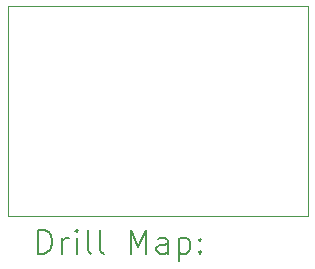
<source format=gbr>
%TF.GenerationSoftware,KiCad,Pcbnew,8.0.3*%
%TF.CreationDate,2024-07-12T00:46:38-05:00*%
%TF.ProjectId,WS2811 breakout board,57533238-3131-4206-9272-65616b6f7574,rev?*%
%TF.SameCoordinates,Original*%
%TF.FileFunction,Drillmap*%
%TF.FilePolarity,Positive*%
%FSLAX45Y45*%
G04 Gerber Fmt 4.5, Leading zero omitted, Abs format (unit mm)*
G04 Created by KiCad (PCBNEW 8.0.3) date 2024-07-12 00:46:38*
%MOMM*%
%LPD*%
G01*
G04 APERTURE LIST*
%ADD10C,0.050000*%
%ADD11C,0.200000*%
G04 APERTURE END LIST*
D10*
X13462000Y-7620000D02*
X16002000Y-7620000D01*
X16002000Y-9398000D01*
X13462000Y-9398000D01*
X13462000Y-7620000D01*
D11*
X13720277Y-9711984D02*
X13720277Y-9511984D01*
X13720277Y-9511984D02*
X13767896Y-9511984D01*
X13767896Y-9511984D02*
X13796467Y-9521508D01*
X13796467Y-9521508D02*
X13815515Y-9540555D01*
X13815515Y-9540555D02*
X13825039Y-9559603D01*
X13825039Y-9559603D02*
X13834562Y-9597698D01*
X13834562Y-9597698D02*
X13834562Y-9626270D01*
X13834562Y-9626270D02*
X13825039Y-9664365D01*
X13825039Y-9664365D02*
X13815515Y-9683412D01*
X13815515Y-9683412D02*
X13796467Y-9702460D01*
X13796467Y-9702460D02*
X13767896Y-9711984D01*
X13767896Y-9711984D02*
X13720277Y-9711984D01*
X13920277Y-9711984D02*
X13920277Y-9578650D01*
X13920277Y-9616746D02*
X13929801Y-9597698D01*
X13929801Y-9597698D02*
X13939324Y-9588174D01*
X13939324Y-9588174D02*
X13958372Y-9578650D01*
X13958372Y-9578650D02*
X13977420Y-9578650D01*
X14044086Y-9711984D02*
X14044086Y-9578650D01*
X14044086Y-9511984D02*
X14034562Y-9521508D01*
X14034562Y-9521508D02*
X14044086Y-9531031D01*
X14044086Y-9531031D02*
X14053610Y-9521508D01*
X14053610Y-9521508D02*
X14044086Y-9511984D01*
X14044086Y-9511984D02*
X14044086Y-9531031D01*
X14167896Y-9711984D02*
X14148848Y-9702460D01*
X14148848Y-9702460D02*
X14139324Y-9683412D01*
X14139324Y-9683412D02*
X14139324Y-9511984D01*
X14272658Y-9711984D02*
X14253610Y-9702460D01*
X14253610Y-9702460D02*
X14244086Y-9683412D01*
X14244086Y-9683412D02*
X14244086Y-9511984D01*
X14501229Y-9711984D02*
X14501229Y-9511984D01*
X14501229Y-9511984D02*
X14567896Y-9654841D01*
X14567896Y-9654841D02*
X14634562Y-9511984D01*
X14634562Y-9511984D02*
X14634562Y-9711984D01*
X14815515Y-9711984D02*
X14815515Y-9607222D01*
X14815515Y-9607222D02*
X14805991Y-9588174D01*
X14805991Y-9588174D02*
X14786943Y-9578650D01*
X14786943Y-9578650D02*
X14748848Y-9578650D01*
X14748848Y-9578650D02*
X14729801Y-9588174D01*
X14815515Y-9702460D02*
X14796467Y-9711984D01*
X14796467Y-9711984D02*
X14748848Y-9711984D01*
X14748848Y-9711984D02*
X14729801Y-9702460D01*
X14729801Y-9702460D02*
X14720277Y-9683412D01*
X14720277Y-9683412D02*
X14720277Y-9664365D01*
X14720277Y-9664365D02*
X14729801Y-9645317D01*
X14729801Y-9645317D02*
X14748848Y-9635793D01*
X14748848Y-9635793D02*
X14796467Y-9635793D01*
X14796467Y-9635793D02*
X14815515Y-9626270D01*
X14910753Y-9578650D02*
X14910753Y-9778650D01*
X14910753Y-9588174D02*
X14929801Y-9578650D01*
X14929801Y-9578650D02*
X14967896Y-9578650D01*
X14967896Y-9578650D02*
X14986943Y-9588174D01*
X14986943Y-9588174D02*
X14996467Y-9597698D01*
X14996467Y-9597698D02*
X15005991Y-9616746D01*
X15005991Y-9616746D02*
X15005991Y-9673889D01*
X15005991Y-9673889D02*
X14996467Y-9692936D01*
X14996467Y-9692936D02*
X14986943Y-9702460D01*
X14986943Y-9702460D02*
X14967896Y-9711984D01*
X14967896Y-9711984D02*
X14929801Y-9711984D01*
X14929801Y-9711984D02*
X14910753Y-9702460D01*
X15091705Y-9692936D02*
X15101229Y-9702460D01*
X15101229Y-9702460D02*
X15091705Y-9711984D01*
X15091705Y-9711984D02*
X15082182Y-9702460D01*
X15082182Y-9702460D02*
X15091705Y-9692936D01*
X15091705Y-9692936D02*
X15091705Y-9711984D01*
X15091705Y-9588174D02*
X15101229Y-9597698D01*
X15101229Y-9597698D02*
X15091705Y-9607222D01*
X15091705Y-9607222D02*
X15082182Y-9597698D01*
X15082182Y-9597698D02*
X15091705Y-9588174D01*
X15091705Y-9588174D02*
X15091705Y-9607222D01*
M02*

</source>
